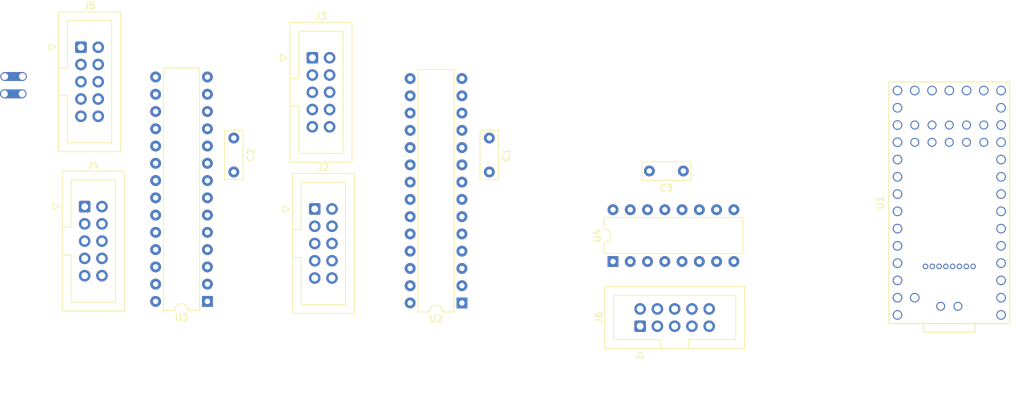
<source format=kicad_pcb>
(kicad_pcb (version 20221018) (generator pcbnew)
  (layers (0 "F.Cu" signal) (31 "B.Cu" signal) (34 "B.Paste" user) (35 "F.Paste" user) (36 "B.SilkS" user "B.Silkscreen") (37 "F.SilkS" user "F.Silkscreen") (38 "B.Mask" user) (39 "F.Mask" user) (44 "Edge.Cuts" user))
  (net 0 "")
  (net 1 "gnd")
  (net 44 "3.3v")
  (net 48 "spi_cs0")
  (net 49 "spi_cs1")
  (net 50 "spi_miso")
  (net 51 "spi_sck")
  (net 52 "spi_mosi")
  (net 53 "btn_0_0")
  (net 54 "btn_0_1")
  (net 55 "btn_0_2")
  (net 56 "btn_0_3")
  (net 57 "btn_0_4")
  (net 58 "btn_0_5")
  (net 59 "btn_0_6")
  (net 60 "btn_0_7")
  (net 64 "btn_0_8")
  (net 65 "btn_0_9")
  (net 66 "btn_0_10")
  (net 67 "btn_0_11")
  (net 68 "btn_0_12")
  (net 69 "btn_0_13")
  (net 70 "btn_0_14")
  (net 71 "btn_0_15")
  (net 72 "btn_1_0")
  (net 73 "btn_1_1")
  (net 74 "btn_1_2")
  (net 75 "btn_1_3")
  (net 76 "btn_1_4")
  (net 77 "btn_1_5")
  (net 78 "btn_1_6")
  (net 79 "btn_1_7")
  (net 82 "btn_1_8")
  (net 83 "btn_1_9")
  (net 84 "btn_1_10")
  (net 85 "btn_1_11")
  (net 86 "btn_1_12")
  (net 87 "btn_1_13")
  (net 88 "btn_1_14")
  (net 89 "btn_1_15")
  (net 90 "3.3va")
  (net 91 "pot_0_0")
  (net 92 "pot_0_1")
  (net 93 "pot_0_2")
  (net 94 "pot_0_3")
  (net 95 "pot_0_4")
  (net 96 "pot_0_5")
  (net 97 "pot_0_6")
  (net 98 "pot_0_7")
  (net 99 "gnda")
  (footprint "Package_DIP:DIP-28_W7.62mm" (layer "F.Cu") (at 122.023117 93.370429 180)
    (fp_text reference "U2" (at 3.81 -2.33) (layer "F.SilkS"))
    (fp_text value "MCP23S17_SP")
    (fp_line (start 1.16 -1.33) (end 1.16 34.35) (stroke (width 0.12)) (layer "F.SilkS"))
    (fp_line (start 1.16 34.35) (end 6.46 34.35) (stroke (width 0.12)) (layer "F.SilkS"))
    (fp_line (start 2.81 -1.33) (end 1.16 -1.33) (stroke (width 0.12)) (layer "F.SilkS"))
    (fp_line (start 6.46 -1.33) (end 4.81 -1.33) (stroke (width 0.12)) (layer "F.SilkS"))
    (fp_line (start 6.46 34.35) (end 6.46 -1.33) (stroke (width 0.12)) (layer "F.SilkS"))
    (fp_arc (start 4.81 -1.33) (mid 3.81 -0.33) (end 2.81 -1.33) (stroke (width 0.12)) (layer "F.SilkS"))
    (pad "1" thru_hole rect (at 0 0 180) (size 1.6 1.6) (drill 0.8) (layers "*.Cu" "*.Mask") (net 64 "btn_0_8"))
    (pad "2" thru_hole oval (at 0 2.54 180) (size 1.6 1.6) (drill 0.8) (layers "*.Cu" "*.Mask") (net 65 "btn_0_9"))
    (pad "3" thru_hole oval (at 0 5.08 180) (size 1.6 1.6) (drill 0.8) (layers "*.Cu" "*.Mask") (net 66 "btn_0_10"))
    (pad "4" thru_hole oval (at 0 7.62 180) (size 1.6 1.6) (drill 0.8) (layers "*.Cu" "*.Mask") (net 67 "btn_0_11"))
    (pad "5" thru_hole oval (at 0 10.16 180) (size 1.6 1.6) (drill 0.8) (layers "*.Cu" "*.Mask") (net 68 "btn_0_12"))
    (pad "6" thru_hole oval (at 0 12.7 180) (size 1.6 1.6) (drill 0.8) (layers "*.Cu" "*.Mask") (net 69 "btn_0_13"))
    (pad "7" thru_hole oval (at 0 15.24 180) (size 1.6 1.6) (drill 0.8) (layers "*.Cu" "*.Mask") (net 70 "btn_0_14"))
    (pad "8" thru_hole oval (at 0 17.78 180) (size 1.6 1.6) (drill 0.8) (layers "*.Cu" "*.Mask") (net 71 "btn_0_15"))
    (pad "9" thru_hole oval (at 0 20.32 180) (size 1.6 1.6) (drill 0.8) (layers "*.Cu" "*.Mask") (net 44 "3.3v"))
    (pad "10" thru_hole oval (at 0 22.86 180) (size 1.6 1.6) (drill 0.8) (layers "*.Cu" "*.Mask") (net 1 "gnd"))
    (pad "11" thru_hole oval (at 0 25.4 180) (size 1.6 1.6) (drill 0.8) (layers "*.Cu" "*.Mask") (net 48 "spi_cs0"))
    (pad "12" thru_hole oval (at 0 27.94 180) (size 1.6 1.6) (drill 0.8) (layers "*.Cu" "*.Mask") (net 51 "spi_sck"))
    (pad "13" thru_hole oval (at 0 30.48 180) (size 1.6 1.6) (drill 0.8) (layers "*.Cu" "*.Mask") (net 52 "spi_mosi"))
    (pad "14" thru_hole oval (at 0 33.02 180) (size 1.6 1.6) (drill 0.8) (layers "*.Cu" "*.Mask") (net 50 "spi_miso"))
    (pad "15" thru_hole oval (at 7.62 33.02 180) (size 1.6 1.6) (drill 0.8) (layers "*.Cu" "*.Mask") (net 1 "gnd"))
    (pad "16" thru_hole oval (at 7.62 30.48 180) (size 1.6 1.6) (drill 0.8) (layers "*.Cu" "*.Mask") (net 1 "gnd"))
    (pad "17" thru_hole oval (at 7.62 27.94 180) (size 1.6 1.6) (drill 0.8) (layers "*.Cu" "*.Mask") (net 1 "gnd"))
    (pad "18" thru_hole oval (at 7.62 25.4 180) (size 1.6 1.6) (drill 0.8) (layers "*.Cu" "*.Mask") (net 44 "3.3v"))
    (pad "19" thru_hole oval (at 7.62 22.86 180) (size 1.6 1.6) (drill 0.8) (layers "*.Cu" "*.Mask"))
    (pad "20" thru_hole oval (at 7.62 20.32 180) (size 1.6 1.6) (drill 0.8) (layers "*.Cu" "*.Mask"))
    (pad "21" thru_hole oval (at 7.62 17.78 180) (size 1.6 1.6) (drill 0.8) (layers "*.Cu" "*.Mask") (net 53 "btn_0_0"))
    (pad "22" thru_hole oval (at 7.62 15.24 180) (size 1.6 1.6) (drill 0.8) (layers "*.Cu" "*.Mask") (net 54 "btn_0_1"))
    (pad "23" thru_hole oval (at 7.62 12.7 180) (size 1.6 1.6) (drill 0.8) (layers "*.Cu" "*.Mask") (net 55 "btn_0_2"))
    (pad "24" thru_hole oval (at 7.62 10.16 180) (size 1.6 1.6) (drill 0.8) (layers "*.Cu" "*.Mask") (net 56 "btn_0_3"))
    (pad "25" thru_hole oval (at 7.62 7.62 180) (size 1.6 1.6) (drill 0.8) (layers "*.Cu" "*.Mask") (net 57 "btn_0_4"))
    (pad "26" thru_hole oval (at 7.62 5.08 180) (size 1.6 1.6) (drill 0.8) (layers "*.Cu" "*.Mask") (net 58 "btn_0_5"))
    (pad "27" thru_hole oval (at 7.62 2.54 180) (size 1.6 1.6) (drill 0.8) (layers "*.Cu" "*.Mask") (net 59 "btn_0_6"))
    (pad "28" thru_hole oval (at 7.62 0 180) (size 1.6 1.6) (drill 0.8) (layers "*.Cu" "*.Mask") (net 60 "btn_0_7"))
  )
  (footprint "teensy:Teensy40_SMT" (layer "F.Cu") (at 193.733117 78.620429 90)
    (fp_text reference "U1" (at 0 -10.16 90) (layer "F.SilkS"))
    (fp_text value "Teensy4.0")
    (fp_line (start -19.05 -3.81) (end -19.05 3.81) (stroke (width 0.15)) (layer "F.SilkS"))
    (fp_line (start -19.05 3.81) (end -17.78 3.81) (stroke (width 0.15)) (layer "F.SilkS"))
    (fp_line (start -17.78 -8.89) (end -17.78 8.89) (stroke (width 0.15)) (layer "F.SilkS"))
    (fp_line (start -17.78 -3.81) (end -19.05 -3.81) (stroke (width 0.15)) (layer "F.SilkS"))
    (fp_line (start -17.78 8.89) (end 17.78 8.89) (stroke (width 0.15)) (layer "F.SilkS"))
    (fp_line (start 17.78 -8.89) (end -17.78 -8.89) (stroke (width 0.15)) (layer "F.SilkS"))
    (fp_line (start 17.78 8.89) (end 17.78 -8.89) (stroke (width 0.15)) (layer "F.SilkS"))
    (pad "1" thru_hole circle (at -16.51 7.62 90) (size 1.404 1.404) (drill 1.1) (layers "*.Cu" "*.Mask") (net 1 "gnd"))
    (pad "2" thru_hole circle (at -13.97 7.62 90) (size 1.404 1.404) (drill 1.1) (layers "*.Cu" "*.Mask"))
    (pad "3" thru_hole circle (at -11.43 7.62 90) (size 1.404 1.404) (drill 1.1) (layers "*.Cu" "*.Mask"))
    (pad "4" thru_hole circle (at -8.89 7.62 90) (size 1.404 1.404) (drill 1.1) (layers "*.Cu" "*.Mask"))
    (pad "5" thru_hole circle (at -6.35 7.62 90) (size 1.404 1.404) (drill 1.1) (layers "*.Cu" "*.Mask"))
    (pad "6" thru_hole circle (at -3.81 7.62 90) (size 1.404 1.404) (drill 1.1) (layers "*.Cu" "*.Mask"))
    (pad "7" thru_hole circle (at -1.27 7.62 90) (size 1.404 1.404) (drill 1.1) (layers "*.Cu" "*.Mask"))
    (pad "8" thru_hole circle (at 1.27 7.62 90) (size 1.404 1.404) (drill 1.1) (layers "*.Cu" "*.Mask"))
    (pad "9" thru_hole circle (at 3.81 7.62 90) (size 1.404 1.404) (drill 1.1) (layers "*.Cu" "*.Mask"))
    (pad "10" thru_hole circle (at 6.35 7.62 90) (size 1.404 1.404) (drill 1.1) (layers "*.Cu" "*.Mask"))
    (pad "11" thru_hole circle (at 8.89 7.62 90) (size 1.404 1.404) (drill 1.1) (layers "*.Cu" "*.Mask") (net 48 "spi_cs0"))
    (pad "12" thru_hole circle (at 11.43 7.62 90) (size 1.404 1.404) (drill 1.1) (layers "*.Cu" "*.Mask") (net 49 "spi_cs1"))
    (pad "13" thru_hole circle (at 13.97 7.62 90) (size 1.404 1.404) (drill 1.1) (layers "*.Cu" "*.Mask") (net 52 "spi_mosi"))
    (pad "14" thru_hole circle (at 16.51 7.62 90) (size 1.404 1.404) (drill 1.1) (layers "*.Cu" "*.Mask") (net 50 "spi_miso"))
    (pad "15" thru_hole circle (at 16.51 5.08 90) (size 1.404 1.404) (drill 1.1) (layers "*.Cu" "*.Mask"))
    (pad "16" thru_hole circle (at 16.51 2.54 90) (size 1.404 1.404) (drill 1.1) (layers "*.Cu" "*.Mask"))
    (pad "17" thru_hole circle (at 16.51 0 90) (size 1.404 1.404) (drill 1.1) (layers "*.Cu" "*.Mask"))
    (pad "18" thru_hole circle (at 16.51 -2.54 90) (size 1.404 1.404) (drill 1.1) (layers "*.Cu" "*.Mask"))
    (pad "19" thru_hole circle (at 16.51 -5.08 90) (size 1.404 1.404) (drill 1.1) (layers "*.Cu" "*.Mask"))
    (pad "20" thru_hole circle (at 16.51 -7.62 90) (size 1.404 1.404) (drill 1.1) (layers "*.Cu" "*.Mask") (net 51 "spi_sck"))
    (pad "21" thru_hole circle (at 13.97 -7.62 90) (size 1.404 1.404) (drill 1.1) (layers "*.Cu" "*.Mask"))
    (pad "22" thru_hole circle (at 11.43 -7.62 90) (size 1.404 1.404) (drill 1.1) (layers "*.Cu" "*.Mask"))
    (pad "23" thru_hole circle (at 8.89 -7.62 90) (size 1.404 1.404) (drill 1.1) (layers "*.Cu" "*.Mask"))
    (pad "24" thru_hole circle (at 6.35 -7.62 90) (size 1.404 1.404) (drill 1.1) (layers "*.Cu" "*.Mask"))
    (pad "25" thru_hole circle (at 3.81 -7.62 90) (size 1.404 1.404) (drill 1.1) (layers "*.Cu" "*.Mask"))
    (pad "26" thru_hole circle (at 1.27 -7.62 90) (size 1.404 1.404) (drill 1.1) (layers "*.Cu" "*.Mask"))
    (pad "27" thru_hole circle (at -1.27 -7.62 90) (size 1.404 1.404) (drill 1.1) (layers "*.Cu" "*.Mask"))
    (pad "28" thru_hole circle (at -3.81 -7.62 90) (size 1.404 1.404) (drill 1.1) (layers "*.Cu" "*.Mask"))
    (pad "29" thru_hole circle (at -6.35 -7.62 90) (size 1.404 1.404) (drill 1.1) (layers "*.Cu" "*.Mask"))
    (pad "30" thru_hole circle (at -8.89 -7.62 90) (size 1.404 1.404) (drill 1.1) (layers "*.Cu" "*.Mask"))
    (pad "31" thru_hole circle (at -11.43 -7.62 90) (size 1.404 1.404) (drill 1.1) (layers "*.Cu" "*.Mask") (net 44 "3.3v"))
    (pad "32" thru_hole circle (at -13.97 -7.62 90) (size 1.404 1.404) (drill 1.1) (layers "*.Cu" "*.Mask") (net 1 "gnd"))
    (pad "33" thru_hole circle (at -16.51 -7.62 90) (size 1.404 1.404) (drill 1.1) (layers "*.Cu" "*.Mask"))
    (pad "34" thru_hole circle (at -13.97 -5.08 90) (size 1.404 1.404) (drill 1.1) (layers "*.Cu" "*.Mask"))
    (pad "35" thru_hole circle (at 11.43 -5.08 90) (size 1.304 1.304) (drill 1) (layers "*.Cu" "*.Mask"))
    (pad "36" thru_hole circle (at 8.89 -5.08 90) (size 1.304 1.304) (drill 1) (layers "*.Cu" "*.Mask"))
    (pad "37" thru_hole circle (at 11.43 -2.54 90) (size 1.304 1.304) (drill 1) (layers "*.Cu" "*.Mask"))
    (pad "38" thru_hole circle (at 8.89 -2.54 90) (size 1.304 1.304) (drill 1) (layers "*.Cu" "*.Mask"))
    (pad "39" thru_hole circle (at 11.43 0 90) (size 1.304 1.304) (drill 1) (layers "*.Cu" "*.Mask"))
    (pad "40" thru_hole circle (at 8.89 0 90) (size 1.304 1.304) (drill 1) (layers "*.Cu" "*.Mask"))
    (pad "41" thru_hole circle (at 11.43 2.54 90) (size 1.304 1.304) (drill 1) (layers "*.Cu" "*.Mask"))
    (pad "42" thru_hole circle (at 8.89 2.54 90) (size 1.304 1.304) (drill 1) (layers "*.Cu" "*.Mask"))
    (pad "43" thru_hole circle (at 11.43 5.08 90) (size 1.304 1.304) (drill 1) (layers "*.Cu" "*.Mask"))
    (pad "44" thru_hole circle (at 8.89 5.08 90) (size 1.304 1.304) (drill 1) (layers "*.Cu" "*.Mask"))
    (pad "45" thru_hole circle (at -9.3716 -3.5 90) (size 0.804 0.804) (drill 0.5) (layers "*.Cu" "*.Mask"))
    (pad "46" thru_hole circle (at -9.3716 -2.5 90) (size 0.804 0.804) (drill 0.5) (layers "*.Cu" "*.Mask"))
    (pad "47" thru_hole circle (at -9.3716 -1.5 90) (size 0.804 0.804) (drill 0.5) (layers "*.Cu" "*.Mask"))
    (pad "48" thru_hole circle (at -9.3716 -0.5 90) (size 0.804 0.804) (drill 0.5) (layers "*.Cu" "*.Mask"))
    (pad "49" thru_hole circle (at -9.3716 0.5 90) (size 0.804 0.804) (drill 0.5) (layers "*.Cu" "*.Mask"))
    (pad "50" thru_hole circle (at -9.3716 1.5 90) (size 0.804 0.804) (drill 0.5) (layers "*.Cu" "*.Mask"))
    (pad "51" thru_hole circle (at -9.3716 2.5 90) (size 0.804 0.804) (drill 0.5) (layers "*.Cu" "*.Mask"))
    (pad "52" thru_hole circle (at -9.3716 3.5 90) (size 0.804 0.804) (drill 0.5) (layers "*.Cu" "*.Mask"))
    (pad "53" thru_hole circle (at -15.24 -1.27 90) (size 1.304 1.304) (drill 1) (layers "*.Cu" "*.Mask"))
    (pad "54" thru_hole circle (at -15.24 1.27 90) (size 1.304 1.304) (drill 1) (layers "*.Cu" "*.Mask"))
  )
  (footprint "Package_DIP:DIP-28_W7.62mm" (layer "F.Cu") (at 84.573116 93.140429 180)
    (fp_text reference "U3" (at 3.81 -2.33) (layer "F.SilkS"))
    (fp_text value "MCP23S17_SP")
    (fp_line (start 1.16 -1.33) (end 1.16 34.35) (stroke (width 0.12)) (layer "F.SilkS"))
    (fp_line (start 1.16 34.35) (end 6.46 34.35) (stroke (width 0.12)) (layer "F.SilkS"))
    (fp_line (start 2.81 -1.33) (end 1.16 -1.33) (stroke (width 0.12)) (layer "F.SilkS"))
    (fp_line (start 6.46 -1.33) (end 4.81 -1.33) (stroke (width 0.12)) (layer "F.SilkS"))
    (fp_line (start 6.46 34.35) (end 6.46 -1.33) (stroke (width 0.12)) (layer "F.SilkS"))
    (fp_arc (start 4.81 -1.33) (mid 3.81 -0.33) (end 2.81 -1.33) (stroke (width 0.12)) (layer "F.SilkS"))
    (pad "1" thru_hole rect (at 0 0 180) (size 1.6 1.6) (drill 0.8) (layers "*.Cu" "*.Mask") (net 82 "btn_1_8"))
    (pad "2" thru_hole oval (at 0 2.54 180) (size 1.6 1.6) (drill 0.8) (layers "*.Cu" "*.Mask") (net 83 "btn_1_9"))
    (pad "3" thru_hole oval (at 0 5.08 180) (size 1.6 1.6) (drill 0.8) (layers "*.Cu" "*.Mask") (net 84 "btn_1_10"))
    (pad "4" thru_hole oval (at 0 7.62 180) (size 1.6 1.6) (drill 0.8) (layers "*.Cu" "*.Mask") (net 85 "btn_1_11"))
    (pad "5" thru_hole oval (at 0 10.16 180) (size 1.6 1.6) (drill 0.8) (layers "*.Cu" "*.Mask") (net 86 "btn_1_12"))
    (pad "6" thru_hole oval (at 0 12.7 180) (size 1.6 1.6) (drill 0.8) (layers "*.Cu" "*.Mask") (net 87 "btn_1_13"))
    (pad "7" thru_hole oval (at 0 15.24 180) (size 1.6 1.6) (drill 0.8) (layers "*.Cu" "*.Mask") (net 88 "btn_1_14"))
    (pad "8" thru_hole oval (at 0 17.78 180) (size 1.6 1.6) (drill 0.8) (layers "*.Cu" "*.Mask") (net 89 "btn_1_15"))
    (pad "9" thru_hole oval (at 0 20.32 180) (size 1.6 1.6) (drill 0.8) (layers "*.Cu" "*.Mask") (net 44 "3.3v"))
    (pad "10" thru_hole oval (at 0 22.86 180) (size 1.6 1.6) (drill 0.8) (layers "*.Cu" "*.Mask") (net 1 "gnd"))
    (pad "11" thru_hole oval (at 0 25.4 180) (size 1.6 1.6) (drill 0.8) (layers "*.Cu" "*.Mask") (net 48 "spi_cs0"))
    (pad "12" thru_hole oval (at 0 27.94 180) (size 1.6 1.6) (drill 0.8) (layers "*.Cu" "*.Mask") (net 51 "spi_sck"))
    (pad "13" thru_hole oval (at 0 30.48 180) (size 1.6 1.6) (drill 0.8) (layers "*.Cu" "*.Mask") (net 52 "spi_mosi"))
    (pad "14" thru_hole oval (at 0 33.02 180) (size 1.6 1.6) (drill 0.8) (layers "*.Cu" "*.Mask") (net 50 "spi_miso"))
    (pad "15" thru_hole oval (at 7.62 33.02 180) (size 1.6 1.6) (drill 0.8) (layers "*.Cu" "*.Mask") (net 44 "3.3v"))
    (pad "16" thru_hole oval (at 7.62 30.48 180) (size 1.6 1.6) (drill 0.8) (layers "*.Cu" "*.Mask") (net 1 "gnd"))
    (pad "17" thru_hole oval (at 7.62 27.94 180) (size 1.6 1.6) (drill 0.8) (layers "*.Cu" "*.Mask") (net 1 "gnd"))
    (pad "18" thru_hole oval (at 7.62 25.4 180) (size 1.6 1.6) (drill 0.8) (layers "*.Cu" "*.Mask") (net 44 "3.3v"))
    (pad "19" thru_hole oval (at 7.62 22.86 180) (size 1.6 1.6) (drill 0.8) (layers "*.Cu" "*.Mask"))
    (pad "20" thru_hole oval (at 7.62 20.32 180) (size 1.6 1.6) (drill 0.8) (layers "*.Cu" "*.Mask"))
    (pad "21" thru_hole oval (at 7.62 17.78 180) (size 1.6 1.6) (drill 0.8) (layers "*.Cu" "*.Mask") (net 72 "btn_1_0"))
    (pad "22" thru_hole oval (at 7.62 15.24 180) (size 1.6 1.6) (drill 0.8) (layers "*.Cu" "*.Mask") (net 73 "btn_1_1"))
    (pad "23" thru_hole oval (at 7.62 12.7 180) (size 1.6 1.6) (drill 0.8) (layers "*.Cu" "*.Mask") (net 74 "btn_1_2"))
    (pad "24" thru_hole oval (at 7.62 10.16 180) (size 1.6 1.6) (drill 0.8) (layers "*.Cu" "*.Mask") (net 75 "btn_1_3"))
    (pad "25" thru_hole oval (at 7.62 7.62 180) (size 1.6 1.6) (drill 0.8) (layers "*.Cu" "*.Mask") (net 76 "btn_1_4"))
    (pad "26" thru_hole oval (at 7.62 5.08 180) (size 1.6 1.6) (drill 0.8) (layers "*.Cu" "*.Mask") (net 77 "btn_1_5"))
    (pad "27" thru_hole oval (at 7.62 2.54 180) (size 1.6 1.6) (drill 0.8) (layers "*.Cu" "*.Mask") (net 78 "btn_1_6"))
    (pad "28" thru_hole oval (at 7.62 0 180) (size 1.6 1.6) (drill 0.8) (layers "*.Cu" "*.Mask") (net 79 "btn_1_7"))
  )
  (footprint "Capacitor_THT:C_Disc_D7.0mm_W2.5mm_P5.00mm" (layer "F.Cu") (at 126.053121 69.100431 -90)
    (fp_text reference "C1" (at 2.5 -2.5 90) (layer "F.SilkS"))
    (fp_text value "0.1uF")
    (fp_line (start -1.12 -1.37) (end -1.12 1.37) (stroke (width 0.12)) (layer "F.SilkS"))
    (fp_line (start -1.12 -1.37) (end 6.12 -1.37) (stroke (width 0.12)) (layer "F.SilkS"))
    (fp_line (start -1.12 1.37) (end 6.12 1.37) (stroke (width 0.12)) (layer "F.SilkS"))
    (fp_line (start 6.12 -1.37) (end 6.12 1.37) (stroke (width 0.12)) (layer "F.SilkS"))
    (pad "1" thru_hole circle (at 0 0 270) (size 1.6 1.6) (drill 0.8) (layers "*.Cu" "*.Mask") (net 1 "gnd"))
    (pad "2" thru_hole circle (at 5 0 270) (size 1.6 1.6) (drill 0.8) (layers "*.Cu" "*.Mask") (net 44 "3.3v"))
  )
  (footprint "Capacitor_THT:C_Disc_D7.0mm_W2.5mm_P5.00mm" (layer "F.Cu") (at 88.453115 69.100431 -90)
    (fp_text reference "C2" (at 2.5 -2.5 90) (layer "F.SilkS"))
    (fp_text value "0.1uF")
    (fp_line (start -1.12 -1.37) (end -1.12 1.37) (stroke (width 0.12)) (layer "F.SilkS"))
    (fp_line (start -1.12 -1.37) (end 6.12 -1.37) (stroke (width 0.12)) (layer "F.SilkS"))
    (fp_line (start -1.12 1.37) (end 6.12 1.37) (stroke (width 0.12)) (layer "F.SilkS"))
    (fp_line (start 6.12 -1.37) (end 6.12 1.37) (stroke (width 0.12)) (layer "F.SilkS"))
    (pad "1" thru_hole circle (at 0 0 270) (size 1.6 1.6) (drill 0.8) (layers "*.Cu" "*.Mask") (net 1 "gnd"))
    (pad "2" thru_hole circle (at 5 0 270) (size 1.6 1.6) (drill 0.8) (layers "*.Cu" "*.Mask") (net 44 "3.3v"))
  )
  (footprint "Package_DIP:DIP-16_W7.62mm" (layer "F.Cu") (at 144.253119 87.270428 90)
    (fp_text reference "U4" (at 3.81 -2.33 90) (layer "F.SilkS"))
    (fp_text value "MCP3008")
    (fp_line (start 1.16 -1.33) (end 1.16 19.11) (stroke (width 0.12)) (layer "F.SilkS"))
    (fp_line (start 1.16 19.11) (end 6.46 19.11) (stroke (width 0.12)) (layer "F.SilkS"))
    (fp_line (start 2.81 -1.33) (end 1.16 -1.33) (stroke (width 0.12)) (layer "F.SilkS"))
    (fp_line (start 6.46 -1.33) (end 4.81 -1.33) (stroke (width 0.12)) (layer "F.SilkS"))
    (fp_line (start 6.46 19.11) (end 6.46 -1.33) (stroke (width 0.12)) (layer "F.SilkS"))
    (fp_arc (start 4.81 -1.33) (mid 3.81 -0.33) (end 2.81 -1.33) (stroke (width 0.12)) (layer "F.SilkS"))
    (pad "1" thru_hole rect (at 0 0 90) (size 1.6 1.6) (drill 0.8) (layers "*.Cu" "*.Mask") (net 91 "pot_0_0"))
    (pad "2" thru_hole oval (at 0 2.54 90) (size 1.6 1.6) (drill 0.8) (layers "*.Cu" "*.Mask") (net 92 "pot_0_1"))
    (pad "3" thru_hole oval (at 0 5.08 90) (size 1.6 1.6) (drill 0.8) (layers "*.Cu" "*.Mask") (net 93 "pot_0_2"))
    (pad "4" thru_hole oval (at 0 7.62 90) (size 1.6 1.6) (drill 0.8) (layers "*.Cu" "*.Mask") (net 94 "pot_0_3"))
    (pad "5" thru_hole oval (at 0 10.16 90) (size 1.6 1.6) (drill 0.8) (layers "*.Cu" "*.Mask") (net 95 "pot_0_4"))
    (pad "6" thru_hole oval (at 0 12.7 90) (size 1.6 1.6) (drill 0.8) (layers "*.Cu" "*.Mask") (net 96 "pot_0_5"))
    (pad "7" thru_hole oval (at 0 15.24 90) (size 1.6 1.6) (drill 0.8) (layers "*.Cu" "*.Mask") (net 97 "pot_0_6"))
    (pad "8" thru_hole oval (at 0 17.78 90) (size 1.6 1.6) (drill 0.8) (layers "*.Cu" "*.Mask") (net 98 "pot_0_7"))
    (pad "9" thru_hole oval (at 7.62 17.78 90) (size 1.6 1.6) (drill 0.8) (layers "*.Cu" "*.Mask") (net 1 "gnd"))
    (pad "10" thru_hole oval (at 7.62 15.24 90) (size 1.6 1.6) (drill 0.8) (layers "*.Cu" "*.Mask") (net 49 "spi_cs1"))
    (pad "11" thru_hole oval (at 7.62 12.7 90) (size 1.6 1.6) (drill 0.8) (layers "*.Cu" "*.Mask") (net 52 "spi_mosi"))
    (pad "12" thru_hole oval (at 7.62 10.16 90) (size 1.6 1.6) (drill 0.8) (layers "*.Cu" "*.Mask") (net 50 "spi_miso"))
    (pad "13" thru_hole oval (at 7.62 7.62 90) (size 1.6 1.6) (drill 0.8) (layers "*.Cu" "*.Mask") (net 51 "spi_sck"))
    (pad "14" thru_hole oval (at 7.62 5.08 90) (size 1.6 1.6) (drill 0.8) (layers "*.Cu" "*.Mask") (net 99 "gnda"))
    (pad "15" thru_hole oval (at 7.62 2.54 90) (size 1.6 1.6) (drill 0.8) (layers "*.Cu" "*.Mask") (net 90 "3.3va"))
    (pad "16" thru_hole oval (at 7.62 0 90) (size 1.6 1.6) (drill 0.8) (layers "*.Cu" "*.Mask") (net 44 "3.3v"))
  )
  (footprint "NetTie:NetTie-2_THT_Pad1.0mm" (layer "F.Cu") (at 57.353117 60.050431 180)
    (fp_text reference "NT1" hide)
    (fp_text value "NetTie_2" hide)
    (fp_poly (pts (xy 0 -0.65) (xy 2.6 -0.65) (xy 2.6 0.65) (xy 0 0.65)) (fill solid) (layer "F.Cu"))
    (fp_poly (pts (xy 0 -0.65) (xy 2.6 -0.65) (xy 2.6 0.65) (xy 0 0.65)) (fill solid) (layer "B.Cu"))
    (pad "1" thru_hole circle (at 0 0 180) (size 1.3 1.3) (drill 1) (layers "*.Cu") (net 99 "gnda"))
    (pad "2" thru_hole circle (at 2.6 0 180) (size 1.3 1.3) (drill 1) (layers "*.Cu") (net 1 "gnd"))
  )
  (footprint "Connector_IDC:IDC-Header_2x05_P2.54mm_Vertical" (layer "F.Cu") (at 100.013118 57.29043)
    (fp_text reference "J3" (at 1.27 -6.1) (layer "F.SilkS"))
    (fp_text value "Conn_02x05_Counter_Clockwise")
    (fp_line (start -4.68 -0.5) (end -4.68 0.5) (stroke (width 0.12)) (layer "F.SilkS"))
    (fp_line (start -4.68 0.5) (end -3.68 0) (stroke (width 0.12)) (layer "F.SilkS"))
    (fp_line (start -3.68 0) (end -4.68 -0.5) (stroke (width 0.12)) (layer "F.SilkS"))
    (fp_line (start -3.29 -5.21) (end 5.83 -5.21) (stroke (width 0.12)) (layer "F.SilkS"))
    (fp_line (start -3.29 3.03) (end -1.98 3.03) (stroke (width 0.12)) (layer "F.SilkS"))
    (fp_line (start -3.29 15.37) (end -3.29 -5.21) (stroke (width 0.12)) (layer "F.SilkS"))
    (fp_line (start -1.98 -3.91) (end 4.52 -3.91) (stroke (width 0.12)) (layer "F.SilkS"))
    (fp_line (start -1.98 3.03) (end -1.98 -3.91) (stroke (width 0.12)) (layer "F.SilkS"))
    (fp_line (start -1.98 7.13) (end -3.29 7.13) (stroke (width 0.12)) (layer "F.SilkS"))
    (fp_line (start -1.98 7.13) (end -1.98 7.13) (stroke (width 0.12)) (layer "F.SilkS"))
    (fp_line (start -1.98 14.07) (end -1.98 7.13) (stroke (width 0.12)) (layer "F.SilkS"))
    (fp_line (start 4.52 -3.91) (end 4.52 14.07) (stroke (width 0.12)) (layer "F.SilkS"))
    (fp_line (start 4.52 14.07) (end -1.98 14.07) (stroke (width 0.12)) (layer "F.SilkS"))
    (fp_line (start 5.83 -5.21) (end 5.83 15.37) (stroke (width 0.12)) (layer "F.SilkS"))
    (fp_line (start 5.83 15.37) (end -3.29 15.37) (stroke (width 0.12)) (layer "F.SilkS"))
    (pad "1" thru_hole roundrect (at 0 0) (size 1.7 1.7) (drill 1) (layers "*.Cu" "*.Mask") (roundrect_rratio 0.147059) (net 1 "gnd"))
    (pad "2" thru_hole circle (at 2.54 0) (size 1.7 1.7) (drill 1) (layers "*.Cu" "*.Mask") (net 44 "3.3v"))
    (pad "3" thru_hole circle (at 0 2.54) (size 1.7 1.7) (drill 1) (layers "*.Cu" "*.Mask") (net 64 "btn_0_8"))
    (pad "4" thru_hole circle (at 2.54 2.54) (size 1.7 1.7) (drill 1) (layers "*.Cu" "*.Mask") (net 65 "btn_0_9"))
    (pad "5" thru_hole circle (at 0 5.08) (size 1.7 1.7) (drill 1) (layers "*.Cu" "*.Mask") (net 66 "btn_0_10"))
    (pad "6" thru_hole circle (at 2.54 5.08) (size 1.7 1.7) (drill 1) (layers "*.Cu" "*.Mask") (net 67 "btn_0_11"))
    (pad "7" thru_hole circle (at 0 7.62) (size 1.7 1.7) (drill 1) (layers "*.Cu" "*.Mask") (net 68 "btn_0_12"))
    (pad "8" thru_hole circle (at 2.54 7.62) (size 1.7 1.7) (drill 1) (layers "*.Cu" "*.Mask") (net 69 "btn_0_13"))
    (pad "9" thru_hole circle (at 0 10.16) (size 1.7 1.7) (drill 1) (layers "*.Cu" "*.Mask") (net 70 "btn_0_14"))
    (pad "10" thru_hole circle (at 2.54 10.16) (size 1.7 1.7) (drill 1) (layers "*.Cu" "*.Mask") (net 71 "btn_0_15"))
  )
  (footprint "Connector_IDC:IDC-Header_2x05_P2.54mm_Vertical" (layer "F.Cu") (at 66.513116 79.19043)
    (fp_text reference "J4" (at 1.27 -6.1) (layer "F.SilkS"))
    (fp_text value "Conn_02x05_Counter_Clockwise")
    (fp_line (start -4.68 -0.5) (end -4.68 0.5) (stroke (width 0.12)) (layer "F.SilkS"))
    (fp_line (start -4.68 0.5) (end -3.68 0) (stroke (width 0.12)) (layer "F.SilkS"))
    (fp_line (start -3.68 0) (end -4.68 -0.5) (stroke (width 0.12)) (layer "F.SilkS"))
    (fp_line (start -3.29 -5.21) (end 5.83 -5.21) (stroke (width 0.12)) (layer "F.SilkS"))
    (fp_line (start -3.29 3.03) (end -1.98 3.03) (stroke (width 0.12)) (layer "F.SilkS"))
    (fp_line (start -3.29 15.37) (end -3.29 -5.21) (stroke (width 0.12)) (layer "F.SilkS"))
    (fp_line (start -1.98 -3.91) (end 4.52 -3.91) (stroke (width 0.12)) (layer "F.SilkS"))
    (fp_line (start -1.98 3.03) (end -1.98 -3.91) (stroke (width 0.12)) (layer "F.SilkS"))
    (fp_line (start -1.98 7.13) (end -3.29 7.13) (stroke (width 0.12)) (layer "F.SilkS"))
    (fp_line (start -1.98 7.13) (end -1.98 7.13) (stroke (width 0.12)) (layer "F.SilkS"))
    (fp_line (start -1.98 14.07) (end -1.98 7.13) (stroke (width 0.12)) (layer "F.SilkS"))
    (fp_line (start 4.52 -3.91) (end 4.52 14.07) (stroke (width 0.12)) (layer "F.SilkS"))
    (fp_line (start 4.52 14.07) (end -1.98 14.07) (stroke (width 0.12)) (layer "F.SilkS"))
    (fp_line (start 5.83 -5.21) (end 5.83 15.37) (stroke (width 0.12)) (layer "F.SilkS"))
    (fp_line (start 5.83 15.37) (end -3.29 15.37) (stroke (width 0.12)) (layer "F.SilkS"))
    (pad "1" thru_hole roundrect (at 0 0) (size 1.7 1.7) (drill 1) (layers "*.Cu" "*.Mask") (roundrect_rratio 0.147059) (net 1 "gnd"))
    (pad "2" thru_hole circle (at 2.54 0) (size 1.7 1.7) (drill 1) (layers "*.Cu" "*.Mask") (net 44 "3.3v"))
    (pad "3" thru_hole circle (at 0 2.54) (size 1.7 1.7) (drill 1) (layers "*.Cu" "*.Mask") (net 72 "btn_1_0"))
    (pad "4" thru_hole circle (at 2.54 2.54) (size 1.7 1.7) (drill 1) (layers "*.Cu" "*.Mask") (net 73 "btn_1_1"))
    (pad "5" thru_hole circle (at 0 5.08) (size 1.7 1.7) (drill 1) (layers "*.Cu" "*.Mask") (net 74 "btn_1_2"))
    (pad "6" thru_hole circle (at 2.54 5.08) (size 1.7 1.7) (drill 1) (layers "*.Cu" "*.Mask") (net 75 "btn_1_3"))
    (pad "7" thru_hole circle (at 0 7.62) (size 1.7 1.7) (drill 1) (layers "*.Cu" "*.Mask") (net 76 "btn_1_4"))
    (pad "8" thru_hole circle (at 2.54 7.62) (size 1.7 1.7) (drill 1) (layers "*.Cu" "*.Mask") (net 77 "btn_1_5"))
    (pad "9" thru_hole circle (at 0 10.16) (size 1.7 1.7) (drill 1) (layers "*.Cu" "*.Mask") (net 78 "btn_1_6"))
    (pad "10" thru_hole circle (at 2.54 10.16) (size 1.7 1.7) (drill 1) (layers "*.Cu" "*.Mask") (net 79 "btn_1_7"))
  )
  (footprint "Connector_IDC:IDC-Header_2x05_P2.54mm_Vertical" (layer "F.Cu") (at 100.363117 79.54043)
    (fp_text reference "J2" (at 1.27 -6.1) (layer "F.SilkS"))
    (fp_text value "Conn_02x05_Counter_Clockwise")
    (fp_line (start -4.68 -0.5) (end -4.68 0.5) (stroke (width 0.12)) (layer "F.SilkS"))
    (fp_line (start -4.68 0.5) (end -3.68 0) (stroke (width 0.12)) (layer "F.SilkS"))
    (fp_line (start -3.68 0) (end -4.68 -0.5) (stroke (width 0.12)) (layer "F.SilkS"))
    (fp_line (start -3.29 -5.21) (end 5.83 -5.21) (stroke (width 0.12)) (layer "F.SilkS"))
    (fp_line (start -3.29 3.03) (end -1.98 3.03) (stroke (width 0.12)) (layer "F.SilkS"))
    (fp_line (start -3.29 15.37) (end -3.29 -5.21) (stroke (width 0.12)) (layer "F.SilkS"))
    (fp_line (start -1.98 -3.91) (end 4.52 -3.91) (stroke (width 0.12)) (layer "F.SilkS"))
    (fp_line (start -1.98 3.03) (end -1.98 -3.91) (stroke (width 0.12)) (layer "F.SilkS"))
    (fp_line (start -1.98 7.13) (end -3.29 7.13) (stroke (width 0.12)) (layer "F.SilkS"))
    (fp_line (start -1.98 7.13) (end -1.98 7.13) (stroke (width 0.12)) (layer "F.SilkS"))
    (fp_line (start -1.98 14.07) (end -1.98 7.13) (stroke (width 0.12)) (layer "F.SilkS"))
    (fp_line (start 4.52 -3.91) (end 4.52 14.07) (stroke (width 0.12)) (layer "F.SilkS"))
    (fp_line (start 4.52 14.07) (end -1.98 14.07) (stroke (width 0.12)) (layer "F.SilkS"))
    (fp_line (start 5.83 -5.21) (end 5.83 15.37) (stroke (width 0.12)) (layer "F.SilkS"))
    (fp_line (start 5.83 15.37) (end -3.29 15.37) (stroke (width 0.12)) (layer "F.SilkS"))
    (pad "1" thru_hole roundrect (at 0 0) (size 1.7 1.7) (drill 1) (layers "*.Cu" "*.Mask") (roundrect_rratio 0.147059) (net 1 "gnd"))
    (pad "2" thru_hole circle (at 2.54 0) (size 1.7 1.7) (drill 1) (layers "*.Cu" "*.Mask") (net 44 "3.3v"))
    (pad "3" thru_hole circle (at 0 2.54) (size 1.7 1.7) (drill 1) (layers "*.Cu" "*.Mask") (net 53 "btn_0_0"))
    (pad "4" thru_hole circle (at 2.54 2.54) (size 1.7 1.7) (drill 1) (layers "*.Cu" "*.Mask") (net 54 "btn_0_1"))
    (pad "5" thru_hole circle (at 0 5.08) (size 1.7 1.7) (drill 1) (layers "*.Cu" "*.Mask") (net 55 "btn_0_2"))
    (pad "6" thru_hole circle (at 2.54 5.08) (size 1.7 1.7) (drill 1) (layers "*.Cu" "*.Mask") (net 56 "btn_0_3"))
    (pad "7" thru_hole circle (at 0 7.62) (size 1.7 1.7) (drill 1) (layers "*.Cu" "*.Mask") (net 57 "btn_0_4"))
    (pad "8" thru_hole circle (at 2.54 7.62) (size 1.7 1.7) (drill 1) (layers "*.Cu" "*.Mask") (net 58 "btn_0_5"))
    (pad "9" thru_hole circle (at 0 10.16) (size 1.7 1.7) (drill 1) (layers "*.Cu" "*.Mask") (net 59 "btn_0_6"))
    (pad "10" thru_hole circle (at 2.54 10.16) (size 1.7 1.7) (drill 1) (layers "*.Cu" "*.Mask") (net 60 "btn_0_7"))
  )
  (footprint "Capacitor_THT:C_Disc_D7.0mm_W2.5mm_P5.00mm" (layer "F.Cu") (at 154.603117 73.95043 180)
    (fp_text reference "C3" (at 2.5 -2.5) (layer "F.SilkS"))
    (fp_text value "0.1uF")
    (fp_line (start -1.12 -1.37) (end -1.12 1.37) (stroke (width 0.12)) (layer "F.SilkS"))
    (fp_line (start -1.12 -1.37) (end 6.12 -1.37) (stroke (width 0.12)) (layer "F.SilkS"))
    (fp_line (start -1.12 1.37) (end 6.12 1.37) (stroke (width 0.12)) (layer "F.SilkS"))
    (fp_line (start 6.12 -1.37) (end 6.12 1.37) (stroke (width 0.12)) (layer "F.SilkS"))
    (pad "1" thru_hole circle (at 0 0 180) (size 1.6 1.6) (drill 0.8) (layers "*.Cu" "*.Mask") (net 1 "gnd"))
    (pad "2" thru_hole circle (at 5 0 180) (size 1.6 1.6) (drill 0.8) (layers "*.Cu" "*.Mask") (net 44 "3.3v"))
  )
  (footprint "Connector_IDC:IDC-Header_2x05_P2.54mm_Vertical" (layer "F.Cu") (at 148.243116 96.79043 90)
    (fp_text reference "J6" (at 1.27 -6.1 90) (layer "F.SilkS"))
    (fp_text value "Conn_02x05_Counter_Clockwise")
    (fp_line (start -4.68 -0.5) (end -4.68 0.5) (stroke (width 0.12)) (layer "F.SilkS"))
    (fp_line (start -4.68 0.5) (end -3.68 0) (stroke (width 0.12)) (layer "F.SilkS"))
    (fp_line (start -3.68 0) (end -4.68 -0.5) (stroke (width 0.12)) (layer "F.SilkS"))
    (fp_line (start -3.29 -5.21) (end 5.83 -5.21) (stroke (width 0.12)) (layer "F.SilkS"))
    (fp_line (start -3.29 3.03) (end -1.98 3.03) (stroke (width 0.12)) (layer "F.SilkS"))
    (fp_line (start -3.29 15.37) (end -3.29 -5.21) (stroke (width 0.12)) (layer "F.SilkS"))
    (fp_line (start -1.98 -3.91) (end 4.52 -3.91) (stroke (width 0.12)) (layer "F.SilkS"))
    (fp_line (start -1.98 3.03) (end -1.98 -3.91) (stroke (width 0.12)) (layer "F.SilkS"))
    (fp_line (start -1.98 7.13) (end -3.29 7.13) (stroke (width 0.12)) (layer "F.SilkS"))
    (fp_line (start -1.98 7.13) (end -1.98 7.13) (stroke (width 0.12)) (layer "F.SilkS"))
    (fp_line (start -1.98 14.07) (end -1.98 7.13) (stroke (width 0.12)) (layer "F.SilkS"))
    (fp_line (start 4.52 -3.91) (end 4.52 14.07) (stroke (width 0.12)) (layer "F.SilkS"))
    (fp_line (start 4.52 14.07) (end -1.98 14.07) (stroke (width 0.12)) (layer "F.SilkS"))
    (fp_line (start 5.83 -5.21) (end 5.83 15.37) (stroke (width 0.12)) (layer "F.SilkS"))
    (fp_line (start 5.83 15.37) (end -3.29 15.37) (stroke (width 0.12)) (layer "F.SilkS"))
    (pad "1" thru_hole roundrect (at 0 0 90) (size 1.7 1.7) (drill 1) (layers "*.Cu" "*.Mask") (roundrect_rratio 0.147059) (net 99 "gnda"))
    (pad "2" thru_hole circle (at 2.54 0 90) (size 1.7 1.7) (drill 1) (layers "*.Cu" "*.Mask") (net 90 "3.3va"))
    (pad "3" thru_hole circle (at 0 2.54 90) (size 1.7 1.7) (drill 1) (layers "*.Cu" "*.Mask") (net 91 "pot_0_0"))
    (pad "4" thru_hole circle (at 2.54 2.54 90) (size 1.7 1.7) (drill 1) (layers "*.Cu" "*.Mask") (net 92 "pot_0_1"))
    (pad "5" thru_hole circle (at 0 5.08 90) (size 1.7 1.7) (drill 1) (layers "*.Cu" "*.Mask") (net 93 "pot_0_2"))
    (pad "6" thru_hole circle (at 2.54 5.08 90) (size 1.7 1.7) (drill 1) (layers "*.Cu" "*.Mask") (net 94 "pot_0_3"))
    (pad "7" thru_hole circle (at 0 7.62 90) (size 1.7 1.7) (drill 1) (layers "*.Cu" "*.Mask") (net 95 "pot_0_4"))
    (pad "8" thru_hole circle (at 2.54 7.62 90) (size 1.7 1.7) (drill 1) (layers "*.Cu" "*.Mask") (net 96 "pot_0_5"))
    (pad "9" thru_hole circle (at 0 10.16 90) (size 1.7 1.7) (drill 1) (layers "*.Cu" "*.Mask") (net 97 "pot_0_6"))
    (pad "10" thru_hole circle (at 2.54 10.16 90) (size 1.7 1.7) (drill 1) (layers "*.Cu" "*.Mask") (net 98 "pot_0_7"))
  )
  (footprint "NetTie:NetTie-2_THT_Pad1.0mm" (layer "F.Cu") (at 57.303118 62.60043 180)
    (fp_text reference "NT2" hide)
    (fp_text value "NetTie_2" hide)
    (fp_poly (pts (xy 0 -0.65) (xy 2.6 -0.65) (xy 2.6 0.65) (xy 0 0.65)) (fill solid) (layer "F.Cu"))
    (fp_poly (pts (xy 0 -0.65) (xy 2.6 -0.65) (xy 2.6 0.65) (xy 0 0.65)) (fill solid) (layer "B.Cu"))
    (pad "1" thru_hole circle (at 0 0 180) (size 1.3 1.3) (drill 1) (layers "*.Cu") (net 90 "3.3va"))
    (pad "2" thru_hole circle (at 2.6 0 180) (size 1.3 1.3) (drill 1) (layers "*.Cu") (net 44 "3.3v"))
  )
  (footprint "Connector_IDC:IDC-Header_2x05_P2.54mm_Vertical" (layer "F.Cu") (at 65.963118 55.74043)
    (fp_text reference "J5" (at 1.27 -6.1) (layer "F.SilkS"))
    (fp_text value "Conn_02x05_Counter_Clockwise")
    (fp_line (start -4.68 -0.5) (end -4.68 0.5) (stroke (width 0.12)) (layer "F.SilkS"))
    (fp_line (start -4.68 0.5) (end -3.68 0) (stroke (width 0.12)) (layer "F.SilkS"))
    (fp_line (start -3.68 0) (end -4.68 -0.5) (stroke (width 0.12)) (layer "F.SilkS"))
    (fp_line (start -3.29 -5.21) (end 5.83 -5.21) (stroke (width 0.12)) (layer "F.SilkS"))
    (fp_line (start -3.29 3.03) (end -1.98 3.03) (stroke (width 0.12)) (layer "F.SilkS"))
    (fp_line (start -3.29 15.37) (end -3.29 -5.21) (stroke (width 0.12)) (layer "F.SilkS"))
    (fp_line (start -1.98 -3.91) (end 4.52 -3.91) (stroke (width 0.12)) (layer "F.SilkS"))
    (fp_line (start -1.98 3.03) (end -1.98 -3.91) (stroke (width 0.12)) (layer "F.SilkS"))
    (fp_line (start -1.98 7.13) (end -3.29 7.13) (stroke (width 0.12)) (layer "F.SilkS"))
    (fp_line (start -1.98 7.13) (end -1.98 7.13) (stroke (width 0.12)) (layer "F.SilkS"))
    (fp_line (start -1.98 14.07) (end -1.98 7.13) (stroke (width 0.12)) (layer "F.SilkS"))
    (fp_line (start 4.52 -3.91) (end 4.52 14.07) (stroke (width 0.12)) (layer "F.SilkS"))
    (fp_line (start 4.52 14.07) (end -1.98 14.07) (stroke (width 0.12)) (layer "F.SilkS"))
    (fp_line (start 5.83 -5.21) (end 5.83 15.37) (stroke (width 0.12)) (layer "F.SilkS"))
    (fp_line (start 5.83 15.37) (end -3.29 15.37) (stroke (width 0.12)) (layer "F.SilkS"))
    (pad "1" thru_hole roundrect (at 0 0) (size 1.7 1.7) (drill 1) (layers "*.Cu" "*.Mask") (roundrect_rratio 0.147059) (net 1 "gnd"))
    (pad "2" thru_hole circle (at 2.54 0) (size 1.7 1.7) (drill 1) (layers "*.Cu" "*.Mask") (net 44 "3.3v"))
    (pad "3" thru_hole circle (at 0 2.54) (size 1.7 1.7) (drill 1) (layers "*.Cu" "*.Mask") (net 82 "btn_1_8"))
    (pad "4" thru_hole circle (at 2.54 2.54) (size 1.7 1.7) (drill 1) (layers "*.Cu" "*.Mask") (net 83 "btn_1_9"))
    (pad "5" thru_hole circle (at 0 5.08) (size 1.7 1.7) (drill 1) (layers "*.Cu" "*.Mask") (net 84 "btn_1_10"))
    (pad "6" thru_hole circle (at 2.54 5.08) (size 1.7 1.7) (drill 1) (layers "*.Cu" "*.Mask") (net 85 "btn_1_11"))
    (pad "7" thru_hole circle (at 0 7.62) (size 1.7 1.7) (drill 1) (layers "*.Cu" "*.Mask") (net 86 "btn_1_12"))
    (pad "8" thru_hole circle (at 2.54 7.62) (size 1.7 1.7) (drill 1) (layers "*.Cu" "*.Mask") (net 87 "btn_1_13"))
    (pad "9" thru_hole circle (at 0 10.16) (size 1.7 1.7) (drill 1) (layers "*.Cu" "*.Mask") (net 88 "btn_1_14"))
    (pad "10" thru_hole circle (at 2.54 10.16) (size 1.7 1.7) (drill 1) (layers "*.Cu" "*.Mask") (net 89 "btn_1_15"))
  )
)
</source>
